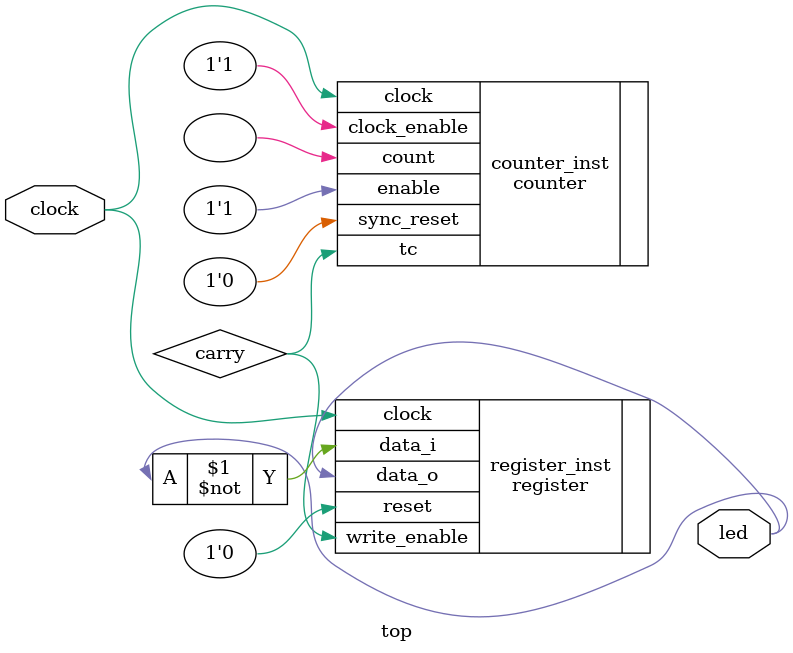
<source format=v>
`timescale 1ns / 1ps
module top (
    input wire clock,
    output wire led
);
    wire carry;

    counter #(
        .HIGH         (50_000_000 - 1)
    ) counter_inst (
        .clock        (clock),
        .clock_enable (1'b1),
        .sync_reset   (1'b0),
        .enable       (1'b1),
        .count        (),
        .tc           (carry)
    );

    register #(
        .RESET_VALUE  (0),
        .WIDTH        (1)
    ) register_inst (
        .clock        (clock),
        .reset        (1'b0),
        .write_enable (carry),
        .data_i       (~led),
        .data_o       (led)
    );
endmodule
</source>
